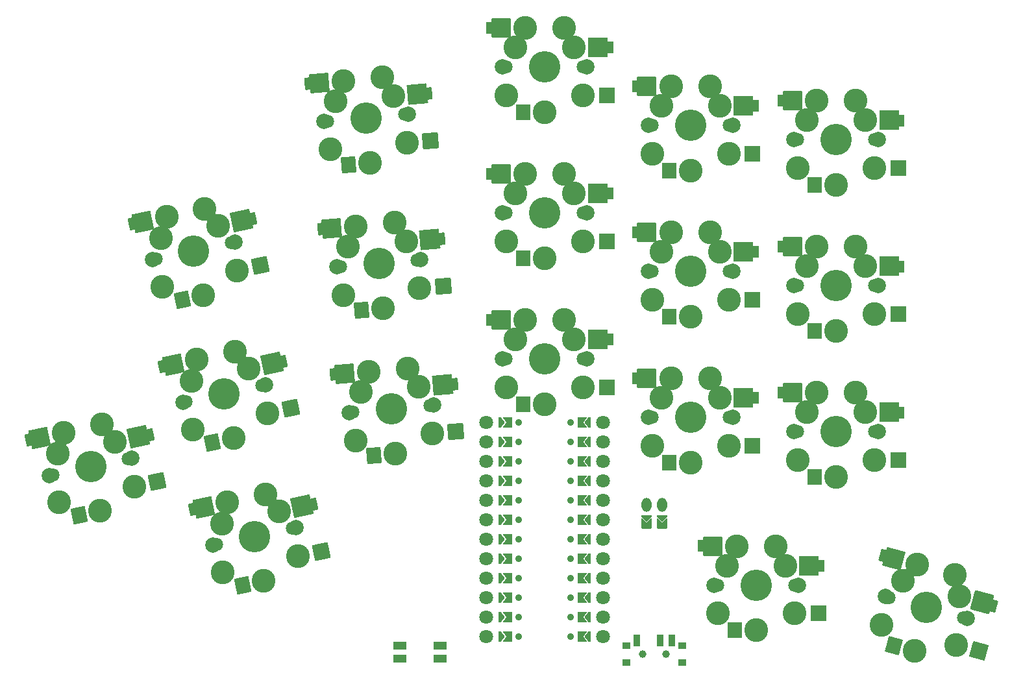
<source format=gbr>
%TF.GenerationSoftware,KiCad,Pcbnew,8.0.4*%
%TF.CreationDate,2025-04-02T23:57:16+02:00*%
%TF.ProjectId,reversible_split,72657665-7273-4696-926c-655f73706c69,v1.0.0*%
%TF.SameCoordinates,Original*%
%TF.FileFunction,Soldermask,Top*%
%TF.FilePolarity,Negative*%
%FSLAX46Y46*%
G04 Gerber Fmt 4.6, Leading zero omitted, Abs format (unit mm)*
G04 Created by KiCad (PCBNEW 8.0.4) date 2025-04-02 23:57:16*
%MOMM*%
%LPD*%
G01*
G04 APERTURE LIST*
G04 Aperture macros list*
%AMRoundRect*
0 Rectangle with rounded corners*
0 $1 Rounding radius*
0 $2 $3 $4 $5 $6 $7 $8 $9 X,Y pos of 4 corners*
0 Add a 4 corners polygon primitive as box body*
4,1,4,$2,$3,$4,$5,$6,$7,$8,$9,$2,$3,0*
0 Add four circle primitives for the rounded corners*
1,1,$1+$1,$2,$3*
1,1,$1+$1,$4,$5*
1,1,$1+$1,$6,$7*
1,1,$1+$1,$8,$9*
0 Add four rect primitives between the rounded corners*
20,1,$1+$1,$2,$3,$4,$5,0*
20,1,$1+$1,$4,$5,$6,$7,0*
20,1,$1+$1,$6,$7,$8,$9,0*
20,1,$1+$1,$8,$9,$2,$3,0*%
%AMFreePoly0*
4,1,16,0.635355,0.285355,0.650000,0.250000,0.650000,-1.000000,0.635355,-1.035355,0.600000,-1.050000,0.564645,-1.035355,0.000000,-0.470710,-0.564645,-1.035355,-0.600000,-1.050000,-0.635355,-1.035355,-0.650000,-1.000000,-0.650000,0.250000,-0.635355,0.285355,-0.600000,0.300000,0.600000,0.300000,0.635355,0.285355,0.635355,0.285355,$1*%
%AMFreePoly1*
4,1,14,0.035355,0.435355,0.635355,-0.164645,0.650000,-0.200000,0.650000,-0.400000,0.635355,-0.435355,0.600000,-0.450000,-0.600000,-0.450000,-0.635355,-0.435355,-0.650000,-0.400000,-0.650000,-0.200000,-0.635355,-0.164645,-0.035355,0.435355,0.000000,0.450000,0.035355,0.435355,0.035355,0.435355,$1*%
%AMFreePoly2*
4,1,16,0.535355,0.660355,0.550000,0.625000,0.550000,-0.625000,0.535355,-0.660355,0.500000,-0.675000,0.250000,-0.675000,0.214645,-0.660355,0.210957,-0.656235,-0.289043,-0.031235,-0.299694,0.005522,-0.289043,0.031235,0.210957,0.656235,0.244478,0.674694,0.250000,0.675000,0.500000,0.675000,0.535355,0.660355,0.535355,0.660355,$1*%
%AMFreePoly3*
4,1,16,0.685355,0.660355,0.700000,0.625000,0.689043,0.593765,0.214031,0.000000,0.689043,-0.593765,0.699694,-0.630522,0.681235,-0.664043,0.650000,-0.675000,-0.500000,-0.675000,-0.535355,-0.660355,-0.550000,-0.625000,-0.550000,0.625000,-0.535355,0.660355,-0.500000,0.675000,0.650000,0.675000,0.685355,0.660355,0.685355,0.660355,$1*%
G04 Aperture macros list end*
%ADD10C,2.000000*%
%ADD11C,1.800000*%
%ADD12C,3.100000*%
%ADD13C,0.200000*%
%ADD14C,4.100000*%
%ADD15RoundRect,0.050000X1.136299X1.354188X-1.354188X1.136299X-1.136299X-1.354188X1.354188X-1.136299X0*%
%ADD16RoundRect,0.050000X0.909039X1.083350X-1.083350X0.909039X-0.909039X-1.083350X1.083350X-0.909039X0*%
%ADD17RoundRect,0.050000X-0.283301X-0.777651X0.414035X-0.716642X0.283301X0.777651X-0.414035X0.716642X0*%
%ADD18RoundRect,0.050000X1.090847X1.300021X-1.300021X1.090847X-1.090847X-1.300021X1.300021X-1.090847X0*%
%ADD19RoundRect,0.050000X0.809419X1.074635X-0.983731X0.917755X-0.809419X-1.074635X0.983731X-0.917755X0*%
%ADD20RoundRect,0.050000X1.250000X1.250000X-1.250000X1.250000X-1.250000X-1.250000X1.250000X-1.250000X0*%
%ADD21RoundRect,0.050000X1.000000X1.000000X-1.000000X1.000000X-1.000000X-1.000000X1.000000X-1.000000X0*%
%ADD22RoundRect,0.050000X-0.350000X-0.750000X0.350000X-0.750000X0.350000X0.750000X-0.350000X0.750000X0*%
%ADD23RoundRect,0.050000X1.200000X1.200000X-1.200000X1.200000X-1.200000X-1.200000X1.200000X-1.200000X0*%
%ADD24RoundRect,0.050000X0.900000X1.000000X-0.900000X1.000000X-0.900000X-1.000000X0.900000X-1.000000X0*%
%ADD25RoundRect,0.050000X-0.500000X-0.400000X0.500000X-0.400000X0.500000X0.400000X-0.500000X0.400000X0*%
%ADD26C,1.000000*%
%ADD27RoundRect,0.050000X0.962795X1.482574X-1.482574X0.962795X-0.962795X-1.482574X1.482574X-0.962795X0*%
%ADD28RoundRect,0.050000X0.770236X1.186059X-1.186059X0.770236X-0.770236X-1.186059X1.186059X-0.770236X0*%
%ADD29RoundRect,0.050000X-0.186418X-0.806380X0.498285X-0.660842X0.186418X0.806380X-0.498285X0.660842X0*%
%ADD30RoundRect,0.050000X0.924283X1.423271X-1.423271X0.924283X-0.924283X-1.423271X1.423271X-0.924283X0*%
%ADD31RoundRect,0.050000X0.672421X1.165268X-1.088245X0.791027X-0.672421X-1.165268X1.088245X-0.791027X0*%
%ADD32RoundRect,0.050000X1.530931X0.883883X-0.883883X1.530931X-1.530931X-0.883883X0.883883X-1.530931X0*%
%ADD33RoundRect,0.050000X1.224745X0.707107X-0.707107X1.224745X-1.224745X-0.707107X0.707107X-1.224745X0*%
%ADD34RoundRect,0.050000X-0.532188X-0.633858X0.143960X-0.815031X0.532188X0.633858X-0.143960X0.815031X0*%
%ADD35RoundRect,0.050000X1.469694X0.848528X-0.848528X1.469694X-1.469694X-0.848528X0.848528X-1.469694X0*%
%ADD36RoundRect,0.050000X1.128152X0.732989X-0.610514X1.198863X-1.128152X-0.732989X0.610514X-1.198863X0*%
%ADD37RoundRect,0.050000X-0.775000X-0.500000X0.775000X-0.500000X0.775000X0.500000X-0.775000X0.500000X0*%
%ADD38FreePoly0,180.000000*%
%ADD39O,1.300000X1.850000*%
%ADD40FreePoly1,180.000000*%
%ADD41FreePoly2,0.000000*%
%ADD42FreePoly2,180.000000*%
%ADD43FreePoly3,0.000000*%
%ADD44C,0.900000*%
%ADD45FreePoly3,180.000000*%
G04 APERTURE END LIST*
D10*
%TO.C,S5*%
X156310175Y-96564097D03*
D11*
X156728577Y-96527491D03*
D12*
X157130749Y-100206438D03*
D13*
X157753939Y-93847928D03*
D12*
X157772369Y-93886468D03*
X158816160Y-91245444D03*
D14*
X161789246Y-96084740D03*
D12*
X162303465Y-101962289D03*
X163876829Y-90802695D03*
X165363373Y-93222341D03*
X165363373Y-93222341D03*
D13*
X165374829Y-93181187D03*
D12*
X167092696Y-99334882D03*
D11*
X166849915Y-95641989D03*
D10*
X167268317Y-95605383D03*
D15*
X168441614Y-92953030D03*
D16*
X170180899Y-99064699D03*
D17*
X170039012Y-92853429D03*
X154172150Y-91631668D03*
D18*
X155668185Y-91520859D03*
D19*
X159514120Y-102206324D03*
%TD*%
D10*
%TO.C,S13*%
X195274991Y-59075522D03*
D11*
X195694991Y-59075522D03*
D12*
X195774991Y-62775522D03*
D13*
X196949991Y-56495522D03*
D12*
X196964991Y-56535520D03*
X198234991Y-53995520D03*
D14*
X200774991Y-59075522D03*
D12*
X200774991Y-64975522D03*
X203314991Y-53995522D03*
X204584991Y-56535522D03*
X204584991Y-56535522D03*
D13*
X204599991Y-56495522D03*
D12*
X205774990Y-62775522D03*
D11*
X205854991Y-59075522D03*
D10*
X206274991Y-59075522D03*
D20*
X207674991Y-56535521D03*
D21*
X208874991Y-62775522D03*
D22*
X209274991Y-56575522D03*
X193574991Y-53975522D03*
D23*
X195074991Y-53995522D03*
D24*
X197974991Y-64975521D03*
%TD*%
D25*
%TO.C,PWR1*%
X199712495Y-126951521D03*
X192412493Y-126951521D03*
D26*
X197562495Y-128061520D03*
X194562493Y-128061521D03*
D25*
X192412494Y-129161519D03*
X199712493Y-129161522D03*
D22*
X193812494Y-126301521D03*
X196812493Y-126301521D03*
X198312494Y-126301521D03*
%TD*%
D10*
%TO.C,S7*%
X152989541Y-58609078D03*
D11*
X153407943Y-58572472D03*
D12*
X153810115Y-62251419D03*
D13*
X154433305Y-55892909D03*
D12*
X154451735Y-55931449D03*
X155495526Y-53290425D03*
D14*
X158468612Y-58129721D03*
D12*
X158982831Y-64007270D03*
X160556195Y-52847676D03*
X162042739Y-55267322D03*
X162042739Y-55267322D03*
D13*
X162054195Y-55226168D03*
D12*
X163772062Y-61379863D03*
D11*
X163529281Y-57686970D03*
D10*
X163947683Y-57650364D03*
D15*
X165120980Y-54998011D03*
D16*
X166860265Y-61109680D03*
D17*
X166718378Y-54898410D03*
X150851516Y-53676649D03*
D18*
X152347551Y-53565840D03*
D19*
X156193486Y-64251305D03*
%TD*%
D10*
%TO.C,S3*%
X134565706Y-95249583D03*
D11*
X134976528Y-95162260D03*
D12*
X135824052Y-98764774D03*
D13*
X135667691Y-92377710D03*
D12*
X135690680Y-92413717D03*
X136404832Y-89665175D03*
D14*
X139945518Y-94106069D03*
D12*
X141172197Y-99877140D03*
X141373822Y-88608983D03*
X143144165Y-90829432D03*
X143144165Y-90829432D03*
D13*
X143150520Y-90787187D03*
D12*
X145605529Y-96685657D03*
D11*
X144914508Y-93049878D03*
D10*
X145325330Y-92962555D03*
D27*
X146166642Y-90186982D03*
D28*
X148637787Y-96041129D03*
D29*
X147739996Y-89893451D03*
X131842506Y-90614483D03*
D30*
X133313885Y-90322176D03*
D31*
X138433384Y-100459293D03*
%TD*%
D10*
%TO.C,S16*%
X214274994Y-60980523D03*
D11*
X214694994Y-60980523D03*
D12*
X214774994Y-64680523D03*
D13*
X215949994Y-58400523D03*
D12*
X215964994Y-58440521D03*
X217234994Y-55900521D03*
D14*
X219774994Y-60980523D03*
D12*
X219774994Y-66880523D03*
X222314994Y-55900523D03*
X223584994Y-58440523D03*
X223584994Y-58440523D03*
D13*
X223599994Y-58400523D03*
D12*
X224774993Y-64680523D03*
D11*
X224854994Y-60980523D03*
D10*
X225274994Y-60980523D03*
D20*
X226674994Y-58440522D03*
D21*
X227874994Y-64680523D03*
D22*
X228274994Y-58480523D03*
X212574994Y-55880523D03*
D23*
X214074994Y-55900523D03*
D24*
X216974994Y-66880522D03*
%TD*%
D10*
%TO.C,S15*%
X214274992Y-80030523D03*
D11*
X214694992Y-80030523D03*
D12*
X214774992Y-83730523D03*
D13*
X215949992Y-77450523D03*
D12*
X215964992Y-77490521D03*
X217234992Y-74950521D03*
D14*
X219774992Y-80030523D03*
D12*
X219774992Y-85930523D03*
X222314992Y-74950523D03*
X223584992Y-77490523D03*
X223584992Y-77490523D03*
D13*
X223599992Y-77450523D03*
D12*
X224774991Y-83730523D03*
D11*
X224854992Y-80030523D03*
D10*
X225274992Y-80030523D03*
D20*
X226674992Y-77490522D03*
D21*
X227874992Y-83730523D03*
D22*
X228274992Y-77530523D03*
X212574992Y-74930523D03*
D23*
X214074992Y-74950523D03*
D24*
X216974992Y-85930522D03*
%TD*%
D10*
%TO.C,S18*%
X226211693Y-120579148D03*
D11*
X226617382Y-120687853D03*
D12*
X225737024Y-124282485D03*
D13*
X228497372Y-118520583D03*
D12*
X228501508Y-118563101D03*
X230385634Y-116438350D03*
D14*
X231524285Y-122002654D03*
D12*
X229997253Y-127701616D03*
X235292537Y-117753151D03*
X235861863Y-120535303D03*
X235861863Y-120535303D03*
D13*
X235886705Y-120500548D03*
D12*
X235396284Y-126870675D03*
D11*
X236431188Y-123317455D03*
D10*
X236836877Y-123426160D03*
D32*
X238846574Y-121335053D03*
D33*
X238390654Y-127673014D03*
D34*
X240381702Y-121787801D03*
X225889597Y-115212935D03*
D35*
X227333309Y-115620482D03*
D36*
X227292660Y-126976923D03*
%TD*%
D10*
%TO.C,S12*%
X195274992Y-78125520D03*
D11*
X195694992Y-78125520D03*
D12*
X195774992Y-81825520D03*
D13*
X196949992Y-75545520D03*
D12*
X196964992Y-75585518D03*
X198234992Y-73045518D03*
D14*
X200774992Y-78125520D03*
D12*
X200774992Y-84025520D03*
X203314992Y-73045520D03*
X204584992Y-75585520D03*
X204584992Y-75585520D03*
D13*
X204599992Y-75545520D03*
D12*
X205774991Y-81825520D03*
D11*
X205854992Y-78125520D03*
D10*
X206274992Y-78125520D03*
D20*
X207674992Y-75585519D03*
D21*
X208874992Y-81825520D03*
D22*
X209274992Y-75625520D03*
X193574992Y-73025520D03*
D23*
X195074992Y-73045520D03*
D24*
X197974992Y-84025519D03*
%TD*%
D10*
%TO.C,S14*%
X214274991Y-99080524D03*
D11*
X214694991Y-99080524D03*
D12*
X214774991Y-102780524D03*
D13*
X215949991Y-96500524D03*
D12*
X215964991Y-96540522D03*
X217234991Y-94000522D03*
D14*
X219774991Y-99080524D03*
D12*
X219774991Y-104980524D03*
X222314991Y-94000524D03*
X223584991Y-96540524D03*
X223584991Y-96540524D03*
D13*
X223599991Y-96500524D03*
D12*
X224774990Y-102780524D03*
D11*
X224854991Y-99080524D03*
D10*
X225274991Y-99080524D03*
D20*
X226674991Y-96540523D03*
D21*
X227874991Y-102780524D03*
D22*
X228274991Y-96580524D03*
X212574991Y-93980524D03*
D23*
X214074991Y-94000524D03*
D24*
X216974991Y-104980523D03*
%TD*%
D10*
%TO.C,S2*%
X138526430Y-113883292D03*
D11*
X138937252Y-113795969D03*
D12*
X139784776Y-117398483D03*
D13*
X139628415Y-111011419D03*
D12*
X139651404Y-111047426D03*
X140365556Y-108298884D03*
D14*
X143906242Y-112739778D03*
D12*
X145132921Y-118510849D03*
X145334546Y-107242692D03*
X147104889Y-109463141D03*
X147104889Y-109463141D03*
D13*
X147111244Y-109420896D03*
D12*
X149566253Y-115319366D03*
D11*
X148875232Y-111683587D03*
D10*
X149286054Y-111596264D03*
D27*
X150127366Y-108820691D03*
D28*
X152598511Y-114674838D03*
D29*
X151700720Y-108527160D03*
X135803230Y-109248192D03*
D30*
X137274609Y-108955885D03*
D31*
X142394108Y-119093002D03*
%TD*%
D10*
%TO.C,S6*%
X154649863Y-77586588D03*
D11*
X155068265Y-77549982D03*
D12*
X155470437Y-81228929D03*
D13*
X156093627Y-74870419D03*
D12*
X156112057Y-74908959D03*
X157155848Y-72267935D03*
D14*
X160128934Y-77107231D03*
D12*
X160643153Y-82984780D03*
X162216517Y-71825186D03*
X163703061Y-74244832D03*
X163703061Y-74244832D03*
D13*
X163714517Y-74203678D03*
D12*
X165432384Y-80357373D03*
D11*
X165189603Y-76664480D03*
D10*
X165608005Y-76627874D03*
D15*
X166781302Y-73975521D03*
D16*
X168520587Y-80087190D03*
D17*
X168378700Y-73875920D03*
X152511838Y-72654159D03*
D18*
X154007873Y-72543350D03*
D19*
X157853808Y-83228815D03*
%TD*%
D10*
%TO.C,S11*%
X195274991Y-97175522D03*
D11*
X195694991Y-97175522D03*
D12*
X195774991Y-100875522D03*
D13*
X196949991Y-94595522D03*
D12*
X196964991Y-94635520D03*
X198234991Y-92095520D03*
D14*
X200774991Y-97175522D03*
D12*
X200774991Y-103075522D03*
X203314991Y-92095522D03*
X204584991Y-94635522D03*
X204584991Y-94635522D03*
D13*
X204599991Y-94595522D03*
D12*
X205774990Y-100875522D03*
D11*
X205854991Y-97175522D03*
D10*
X206274991Y-97175522D03*
D20*
X207674991Y-94635521D03*
D21*
X208874991Y-100875522D03*
D22*
X209274991Y-94675522D03*
X193574991Y-92075522D03*
D23*
X195074991Y-92095522D03*
D24*
X197974991Y-103075521D03*
%TD*%
D10*
%TO.C,S8*%
X176274992Y-89555523D03*
D11*
X176694992Y-89555523D03*
D12*
X176774992Y-93255523D03*
D13*
X177949992Y-86975523D03*
D12*
X177964992Y-87015521D03*
X179234992Y-84475521D03*
D14*
X181774992Y-89555523D03*
D12*
X181774992Y-95455523D03*
X184314992Y-84475523D03*
X185584992Y-87015523D03*
X185584992Y-87015523D03*
D13*
X185599992Y-86975523D03*
D12*
X186774991Y-93255523D03*
D11*
X186854992Y-89555523D03*
D10*
X187274992Y-89555523D03*
D20*
X188674992Y-87015522D03*
D21*
X189874992Y-93255523D03*
D22*
X190274992Y-87055523D03*
X174574992Y-84455523D03*
D23*
X176074992Y-84475523D03*
D24*
X178974992Y-95455522D03*
%TD*%
D10*
%TO.C,S10*%
X176274991Y-51455525D03*
D11*
X176694991Y-51455525D03*
D12*
X176774991Y-55155525D03*
D13*
X177949991Y-48875525D03*
D12*
X177964991Y-48915523D03*
X179234991Y-46375523D03*
D14*
X181774991Y-51455525D03*
D12*
X181774991Y-57355525D03*
X184314991Y-46375525D03*
X185584991Y-48915525D03*
X185584991Y-48915525D03*
D13*
X185599991Y-48875525D03*
D12*
X186774990Y-55155525D03*
D11*
X186854991Y-51455525D03*
D10*
X187274991Y-51455525D03*
D20*
X188674991Y-48915524D03*
D21*
X189874991Y-55155525D03*
D22*
X190274991Y-48955525D03*
X174574991Y-46355525D03*
D23*
X176074991Y-46375525D03*
D24*
X178974991Y-57355524D03*
%TD*%
D10*
%TO.C,S1*%
X117169120Y-104790015D03*
D11*
X117579942Y-104702692D03*
D12*
X118427466Y-108305206D03*
D13*
X118271105Y-101918142D03*
D12*
X118294094Y-101954149D03*
X119008246Y-99205607D03*
D14*
X122548932Y-103646501D03*
D12*
X123775611Y-109417572D03*
X123977236Y-98149415D03*
X125747579Y-100369864D03*
X125747579Y-100369864D03*
D13*
X125753934Y-100327619D03*
D12*
X128208943Y-106226089D03*
D11*
X127517922Y-102590310D03*
D10*
X127928744Y-102502987D03*
D27*
X128770056Y-99727414D03*
D28*
X131241201Y-105581561D03*
D29*
X130343410Y-99433883D03*
X114445920Y-100154915D03*
D30*
X115917299Y-99862608D03*
D31*
X121036798Y-109999725D03*
%TD*%
D37*
%TO.C,RST1*%
X162907488Y-128696021D03*
X162907488Y-126996021D03*
X168157488Y-128696021D03*
X168157488Y-126996021D03*
%TD*%
D10*
%TO.C,S9*%
X176274994Y-70505524D03*
D11*
X176694994Y-70505524D03*
D12*
X176774994Y-74205524D03*
D13*
X177949994Y-67925524D03*
D12*
X177964994Y-67965522D03*
X179234994Y-65425522D03*
D14*
X181774994Y-70505524D03*
D12*
X181774994Y-76405524D03*
X184314994Y-65425524D03*
X185584994Y-67965524D03*
X185584994Y-67965524D03*
D13*
X185599994Y-67925524D03*
D12*
X186774993Y-74205524D03*
D11*
X186854994Y-70505524D03*
D10*
X187274994Y-70505524D03*
D20*
X188674994Y-67965523D03*
D21*
X189874994Y-74205524D03*
D22*
X190274994Y-68005524D03*
X174574994Y-65405524D03*
D23*
X176074994Y-65425524D03*
D24*
X178974994Y-76405523D03*
%TD*%
D10*
%TO.C,S4*%
X130604991Y-76615872D03*
D11*
X131015813Y-76528549D03*
D12*
X131863337Y-80131063D03*
D13*
X131706976Y-73743999D03*
D12*
X131729965Y-73780006D03*
X132444117Y-71031464D03*
D14*
X135984803Y-75472358D03*
D12*
X137211482Y-81243429D03*
X137413107Y-69975272D03*
X139183450Y-72195721D03*
X139183450Y-72195721D03*
D13*
X139189805Y-72153476D03*
D12*
X141644814Y-78051946D03*
D11*
X140953793Y-74416167D03*
D10*
X141364615Y-74328844D03*
D27*
X142205927Y-71553271D03*
D28*
X144677072Y-77407418D03*
D29*
X143779281Y-71259740D03*
X127881791Y-71980772D03*
D30*
X129353170Y-71688465D03*
D31*
X134472669Y-81825582D03*
%TD*%
D10*
%TO.C,S17*%
X203847487Y-119083023D03*
D11*
X204267487Y-119083023D03*
D12*
X204347487Y-122783023D03*
D13*
X205522487Y-116503023D03*
D12*
X205537487Y-116543021D03*
X206807487Y-114003021D03*
D14*
X209347487Y-119083023D03*
D12*
X209347487Y-124983023D03*
X211887487Y-114003023D03*
X213157487Y-116543023D03*
X213157487Y-116543023D03*
D13*
X213172487Y-116503023D03*
D12*
X214347486Y-122783023D03*
D11*
X214427487Y-119083023D03*
D10*
X214847487Y-119083023D03*
D20*
X216247487Y-116543022D03*
D21*
X217447487Y-122783023D03*
D22*
X217847487Y-116583023D03*
X202147487Y-113983023D03*
D23*
X203647487Y-114003023D03*
D24*
X206547487Y-124983022D03*
%TD*%
D38*
%TO.C,JST1*%
X195062491Y-111421525D03*
X197062491Y-111421525D03*
D39*
X195062491Y-108605525D03*
X197062491Y-108605525D03*
D40*
X195062491Y-110405525D03*
X197062491Y-110405525D03*
%TD*%
D11*
%TO.C,MCU1*%
X189394985Y-125782276D03*
D41*
X187274985Y-125782274D03*
D11*
X189394988Y-123242274D03*
D41*
X187274988Y-123242274D03*
D11*
X189394988Y-120702274D03*
D41*
X187274988Y-120702274D03*
D11*
X189394988Y-118162274D03*
D41*
X187274988Y-118162273D03*
D11*
X189394988Y-115622274D03*
D41*
X187274988Y-115622274D03*
D11*
X189394989Y-113082274D03*
D41*
X187274988Y-113082274D03*
D11*
X189394988Y-110542274D03*
D41*
X187274988Y-110542274D03*
D11*
X189394988Y-108002274D03*
D41*
X187274988Y-108002274D03*
D11*
X189394988Y-105462274D03*
D41*
X187274988Y-105462274D03*
D11*
X189394989Y-102922274D03*
D41*
X187274988Y-102922274D03*
D11*
X189394988Y-100382274D03*
D41*
X187274988Y-100382274D03*
D11*
X189394988Y-97842274D03*
D41*
X187274988Y-97842274D03*
D42*
X176274990Y-97842274D03*
D11*
X174154988Y-97842273D03*
D42*
X176274991Y-100382274D03*
D11*
X174154991Y-100382272D03*
D42*
X176274988Y-102922274D03*
D11*
X174154988Y-102922274D03*
D42*
X176274988Y-105462274D03*
D11*
X174154988Y-105462274D03*
D42*
X176274988Y-108002275D03*
D11*
X174154988Y-108002274D03*
D42*
X176274988Y-110542274D03*
D11*
X174154988Y-110542274D03*
D42*
X176274988Y-113082274D03*
D11*
X174154987Y-113082274D03*
D42*
X176274988Y-115622274D03*
D11*
X174154988Y-115622274D03*
D42*
X176274988Y-118162274D03*
D11*
X174154988Y-118162274D03*
D42*
X176274988Y-120702274D03*
D11*
X174154988Y-120702274D03*
D42*
X176274988Y-123242274D03*
D11*
X174154987Y-123242274D03*
D42*
X176274988Y-125782274D03*
D11*
X174154988Y-125782274D03*
D43*
X186549988Y-125782274D03*
D44*
X185174986Y-125782274D03*
D43*
X186549988Y-123242274D03*
D44*
X185174988Y-123242274D03*
D43*
X186549988Y-120702274D03*
D44*
X185174988Y-120702274D03*
D43*
X186549991Y-118162274D03*
D44*
X185174987Y-118162274D03*
D43*
X186549988Y-115622274D03*
D44*
X185174988Y-115622274D03*
D43*
X186549988Y-113082274D03*
D44*
X185174989Y-113082274D03*
D43*
X186549988Y-110542274D03*
D44*
X185174988Y-110542274D03*
D43*
X186549991Y-108002274D03*
D44*
X185174988Y-108002274D03*
D43*
X186549987Y-105462274D03*
D44*
X185174988Y-105462274D03*
D43*
X186549987Y-102922275D03*
D44*
X185174988Y-102922274D03*
D43*
X186549988Y-100382274D03*
D44*
X185174988Y-100382274D03*
D43*
X186549988Y-97842274D03*
D44*
X185174986Y-97842274D03*
X178374989Y-97842273D03*
D45*
X176999988Y-97842274D03*
D44*
X178374990Y-100382274D03*
D45*
X176999988Y-100382274D03*
D44*
X178374988Y-102922274D03*
D45*
X176999988Y-102922274D03*
D44*
X178374988Y-105462274D03*
D45*
X176999988Y-105462274D03*
D44*
X178374989Y-108002274D03*
D45*
X176999985Y-108002274D03*
D44*
X178374988Y-110542274D03*
D45*
X176999988Y-110542274D03*
D44*
X178374987Y-113082274D03*
D45*
X176999988Y-113082274D03*
D44*
X178374988Y-115622274D03*
D45*
X176999988Y-115622274D03*
D44*
X178374988Y-118162274D03*
D45*
X176999985Y-118162274D03*
D44*
X178374988Y-120702274D03*
D45*
X176999989Y-120702274D03*
D44*
X178374988Y-123242274D03*
D45*
X176999989Y-123242273D03*
D44*
X178374988Y-125782274D03*
D45*
X176999988Y-125782274D03*
%TD*%
M02*

</source>
